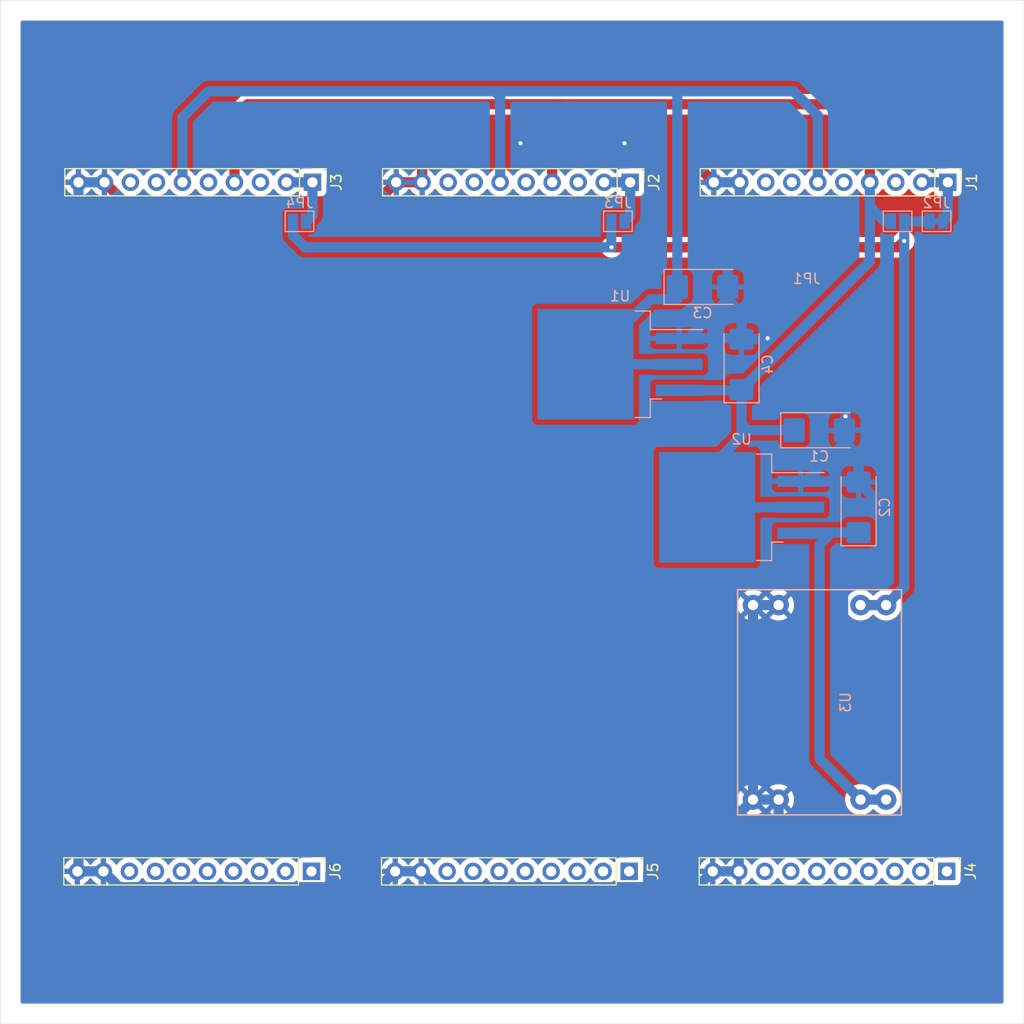
<source format=kicad_pcb>
(kicad_pcb (version 20211014) (generator pcbnew)
  (layers (0 "F.Cu" signal) (31 "B.Cu" signal) (34 "B.Paste" user) (35 "F.Paste" user) (36 "B.SilkS" user "B.Silkscreen") (37 "F.SilkS" user "F.Silkscreen") (38 "B.Mask" user) (39 "F.Mask" user) (44 "Edge.Cuts" user))
  (net 0 "")
  (net 1 "GND")
  (net 2 "+15V")
  (net 3 "+12V")
  (net 4 "/SIG")
  (net 5 "+VDC")
  (net 6 "/SIG2")
  (net 7 "+5V")
  (net 8 "/SIG3")
  (net 9 "Net-(J1-Pad1)")
  (net 13 "Net-(J2-Pad1)")
  (net 17 "Net-(J3-Pad1)")
  (footprint "Connector_PinHeader_2.54mm:PinHeader_1x10_P2.54mm_Vertical" (layer "F.Cu") (at 192.46 125.09 -90)
    (fp_text reference "J4" (at 0 -2.33 90) (layer "F.SilkS"))
    (fp_text value "Conn_01x10_Male")
    (fp_line (start -1.33 -1.33) (end 0 -1.33) (layer "F.SilkS") (width 0.12))
    (fp_line (start 1.33 1.27) (end 1.33 24.19) (layer "F.SilkS") (width 0.12))
    (fp_line (start -1.33 1.27) (end -1.33 24.19) (layer "F.SilkS") (width 0.12))
    (fp_line (start -1.33 24.19) (end 1.33 24.19) (layer "F.SilkS") (width 0.12))
    (fp_line (start -1.33 0) (end -1.33 -1.33) (layer "F.SilkS") (width 0.12))
    (fp_line (start -1.33 1.27) (end 1.33 1.27) (layer "F.SilkS") (width 0.12))
    (pad "1" thru_hole rect (at 0 0 270) (size 1.7 1.7) (drill 1) (layers *.Cu *.Mask))
    (pad "2" thru_hole oval (at 0 2.54 270) (size 1.7 1.7) (drill 1) (layers *.Cu *.Mask))
    (pad "3" thru_hole oval (at 0 5.08 270) (size 1.7 1.7) (drill 1) (layers *.Cu *.Mask))
    (pad "4" thru_hole oval (at 0 7.62 270) (size 1.7 1.7) (drill 1) (layers *.Cu *.Mask))
    (pad "5" thru_hole oval (at 0 10.16 270) (size 1.7 1.7) (drill 1) (layers *.Cu *.Mask))
    (pad "6" thru_hole oval (at 0 12.7 270) (size 1.7 1.7) (drill 1) (layers *.Cu *.Mask))
    (pad "7" thru_hole oval (at 0 15.24 270) (size 1.7 1.7) (drill 1) (layers *.Cu *.Mask))
    (pad "8" thru_hole oval (at 0 17.78 270) (size 1.7 1.7) (drill 1) (layers *.Cu *.Mask))
    (pad "9" thru_hole oval (at 0 20.32 270) (size 1.7 1.7) (drill 1) (layers *.Cu *.Mask) (net 1 "GND"))
    (pad "10" thru_hole oval (at 0 22.86 270) (size 1.7 1.7) (drill 1) (layers *.Cu *.Mask) (net 1 "GND"))
  )
  (footprint "Connector_PinHeader_2.54mm:PinHeader_1x10_P2.54mm_Vertical" (layer "F.Cu") (at 161.53 57.78 -90)
    (fp_text reference "J2" (at 0 -2.33 90) (layer "F.SilkS"))
    (fp_text value "Conn_01x10_Male")
    (fp_line (start -1.33 1.27) (end -1.33 24.19) (layer "F.SilkS") (width 0.12))
    (fp_line (start 1.33 1.27) (end 1.33 24.19) (layer "F.SilkS") (width 0.12))
    (fp_line (start -1.33 1.27) (end 1.33 1.27) (layer "F.SilkS") (width 0.12))
    (fp_line (start -1.33 -1.33) (end 0 -1.33) (layer "F.SilkS") (width 0.12))
    (fp_line (start -1.33 0) (end -1.33 -1.33) (layer "F.SilkS") (width 0.12))
    (fp_line (start -1.33 24.19) (end 1.33 24.19) (layer "F.SilkS") (width 0.12))
    (pad "1" thru_hole rect (at 0 0 270) (size 1.7 1.7) (drill 1) (layers *.Cu *.Mask) (net 13 "Net-(J2-Pad1)"))
    (pad "2" thru_hole oval (at 0 2.54 270) (size 1.7 1.7) (drill 1) (layers *.Cu *.Mask) (net 13 "Net-(J2-Pad1)"))
    (pad "3" thru_hole oval (at 0 5.08 270) (size 1.7 1.7) (drill 1) (layers *.Cu *.Mask))
    (pad "4" thru_hole oval (at 0 7.62 270) (size 1.7 1.7) (drill 1) (layers *.Cu *.Mask) (net 3 "+12V"))
    (pad "5" thru_hole oval (at 0 10.16 270) (size 1.7 1.7) (drill 1) (layers *.Cu *.Mask))
    (pad "6" thru_hole oval (at 0 12.7 270) (size 1.7 1.7) (drill 1) (layers *.Cu *.Mask) (net 7 "+5V"))
    (pad "7" thru_hole oval (at 0 15.24 270) (size 1.7 1.7) (drill 1) (layers *.Cu *.Mask))
    (pad "8" thru_hole oval (at 0 17.78 270) (size 1.7 1.7) (drill 1) (layers *.Cu *.Mask) (net 6 "/SIG2"))
    (pad "9" thru_hole oval (at 0 20.32 270) (size 1.7 1.7) (drill 1) (layers *.Cu *.Mask) (net 1 "GND"))
    (pad "10" thru_hole oval (at 0 22.86 270) (size 1.7 1.7) (drill 1) (layers *.Cu *.Mask) (net 1 "GND"))
  )
  (footprint "Connector_PinHeader_2.54mm:PinHeader_1x10_P2.54mm_Vertical" (layer "F.Cu") (at 130.5 57.78 -90)
    (fp_text reference "J3" (at 0 -2.33 90) (layer "F.SilkS"))
    (fp_text value "Conn_01x10_Male")
    (fp_line (start -1.33 24.19) (end 1.33 24.19) (layer "F.SilkS") (width 0.12))
    (fp_line (start 1.33 1.27) (end 1.33 24.19) (layer "F.SilkS") (width 0.12))
    (fp_line (start -1.33 -1.33) (end 0 -1.33) (layer "F.SilkS") (width 0.12))
    (fp_line (start -1.33 1.27) (end 1.33 1.27) (layer "F.SilkS") (width 0.12))
    (fp_line (start -1.33 1.27) (end -1.33 24.19) (layer "F.SilkS") (width 0.12))
    (fp_line (start -1.33 0) (end -1.33 -1.33) (layer "F.SilkS") (width 0.12))
    (pad "1" thru_hole rect (at 0 0 270) (size 1.7 1.7) (drill 1) (layers *.Cu *.Mask) (net 17 "Net-(J3-Pad1)"))
    (pad "2" thru_hole oval (at 0 2.54 270) (size 1.7 1.7) (drill 1) (layers *.Cu *.Mask) (net 17 "Net-(J3-Pad1)"))
    (pad "3" thru_hole oval (at 0 5.08 270) (size 1.7 1.7) (drill 1) (layers *.Cu *.Mask))
    (pad "4" thru_hole oval (at 0 7.62 270) (size 1.7 1.7) (drill 1) (layers *.Cu *.Mask) (net 3 "+12V"))
    (pad "5" thru_hole oval (at 0 10.16 270) (size 1.7 1.7) (drill 1) (layers *.Cu *.Mask))
    (pad "6" thru_hole oval (at 0 12.7 270) (size 1.7 1.7) (drill 1) (layers *.Cu *.Mask) (net 7 "+5V"))
    (pad "7" thru_hole oval (at 0 15.24 270) (size 1.7 1.7) (drill 1) (layers *.Cu *.Mask))
    (pad "8" thru_hole oval (at 0 17.78 270) (size 1.7 1.7) (drill 1) (layers *.Cu *.Mask) (net 8 "/SIG3"))
    (pad "9" thru_hole oval (at 0 20.32 270) (size 1.7 1.7) (drill 1) (layers *.Cu *.Mask) (net 1 "GND"))
    (pad "10" thru_hole oval (at 0 22.86 270) (size 1.7 1.7) (drill 1) (layers *.Cu *.Mask) (net 1 "GND"))
  )
  (footprint "Connector_PinHeader_2.54mm:PinHeader_1x10_P2.54mm_Vertical" (layer "F.Cu") (at 192.56 57.78 -90)
    (fp_text reference "J1" (at 0 -2.33 90) (layer "F.SilkS"))
    (fp_text value "Conn_01x10_Male")
    (fp_line (start -1.33 24.19) (end 1.33 24.19) (layer "F.SilkS") (width 0.12))
    (fp_line (start -1.33 1.27) (end 1.33 1.27) (layer "F.SilkS") (width 0.12))
    (fp_line (start 1.33 1.27) (end 1.33 24.19) (layer "F.SilkS") (width 0.12))
    (fp_line (start -1.33 0) (end -1.33 -1.33) (layer "F.SilkS") (width 0.12))
    (fp_line (start -1.33 1.27) (end -1.33 24.19) (layer "F.SilkS") (width 0.12))
    (fp_line (start -1.33 -1.33) (end 0 -1.33) (layer "F.SilkS") (width 0.12))
    (pad "1" thru_hole rect (at 0 0 270) (size 1.7 1.7) (drill 1) (layers *.Cu *.Mask) (net 9 "Net-(J1-Pad1)"))
    (pad "2" thru_hole oval (at 0 2.54 270) (size 1.7 1.7) (drill 1) (layers *.Cu *.Mask) (net 9 "Net-(J1-Pad1)"))
    (pad "3" thru_hole oval (at 0 5.08 270) (size 1.7 1.7) (drill 1) (layers *.Cu *.Mask))
    (pad "4" thru_hole oval (at 0 7.62 270) (size 1.7 1.7) (drill 1) (layers *.Cu *.Mask) (net 3 "+12V"))
    (pad "5" thru_hole oval (at 0 10.16 270) (size 1.7 1.7) (drill 1) (layers *.Cu *.Mask))
    (pad "6" thru_hole oval (at 0 12.7 270) (size 1.7 1.7) (drill 1) (layers *.Cu *.Mask) (net 7 "+5V"))
    (pad "7" thru_hole oval (at 0 15.24 270) (size 1.7 1.7) (drill 1) (layers *.Cu *.Mask))
    (pad "8" thru_hole oval (at 0 17.78 270) (size 1.7 1.7) (drill 1) (layers *.Cu *.Mask) (net 4 "/SIG"))
    (pad "9" thru_hole oval (at 0 20.32 270) (size 1.7 1.7) (drill 1) (layers *.Cu *.Mask) (net 1 "GND"))
    (pad "10" thru_hole oval (at 0 22.86 270) (size 1.7 1.7) (drill 1) (layers *.Cu *.Mask) (net 1 "GND"))
  )
  (footprint "Connector_PinHeader_2.54mm:PinHeader_1x10_P2.54mm_Vertical" (layer "F.Cu") (at 130.4 125.09 -90)
    (fp_text reference "J6" (at 0 -2.33 90) (layer "F.SilkS"))
    (fp_text value "Conn_01x10_Male")
    (fp_line (start 1.33 1.27) (end 1.33 24.19) (layer "F.SilkS") (width 0.12))
    (fp_line (start -1.33 -1.33) (end 0 -1.33) (layer "F.SilkS") (width 0.12))
    (fp_line (start -1.33 1.27) (end -1.33 24.19) (layer "F.SilkS") (width 0.12))
    (fp_line (start -1.33 24.19) (end 1.33 24.19) (layer "F.SilkS") (width 0.12))
    (fp_line (start -1.33 1.27) (end 1.33 1.27) (layer "F.SilkS") (width 0.12))
    (fp_line (start -1.33 0) (end -1.33 -1.33) (layer "F.SilkS") (width 0.12))
    (pad "1" thru_hole rect (at 0 0 270) (size 1.7 1.7) (drill 1) (layers *.Cu *.Mask))
    (pad "2" thru_hole oval (at 0 2.54 270) (size 1.7 1.7) (drill 1) (layers *.Cu *.Mask))
    (pad "3" thru_hole oval (at 0 5.08 270) (size 1.7 1.7) (drill 1) (layers *.Cu *.Mask))
    (pad "4" thru_hole oval (at 0 7.62 270) (size 1.7 1.7) (drill 1) (layers *.Cu *.Mask))
    (pad "5" thru_hole oval (at 0 10.16 270) (size 1.7 1.7) (drill 1) (layers *.Cu *.Mask))
    (pad "6" thru_hole oval (at 0 12.7 270) (size 1.7 1.7) (drill 1) (layers *.Cu *.Mask))
    (pad "7" thru_hole oval (at 0 15.24 270) (size 1.7 1.7) (drill 1) (layers *.Cu *.Mask))
    (pad "8" thru_hole oval (at 0 17.78 270) (size 1.7 1.7) (drill 1) (layers *.Cu *.Mask))
    (pad "9" thru_hole oval (at 0 20.32 270) (size 1.7 1.7) (drill 1) (layers *.Cu *.Mask) (net 1 "GND"))
    (pad "10" thru_hole oval (at 0 22.86 270) (size 1.7 1.7) (drill 1) (layers *.Cu *.Mask) (net 1 "GND"))
  )
  (footprint "Connector_PinHeader_2.54mm:PinHeader_1x10_P2.54mm_Vertical" (layer "F.Cu") (at 161.43 125.09 -90)
    (fp_text reference "J5" (at 0 -2.33 90) (layer "F.SilkS"))
    (fp_text value "Conn_01x10_Male")
    (fp_line (start 1.33 1.27) (end 1.33 24.19) (layer "F.SilkS") (width 0.12))
    (fp_line (start -1.33 1.27) (end -1.33 24.19) (layer "F.SilkS") (width 0.12))
    (fp_line (start -1.33 -1.33) (end 0 -1.33) (layer "F.SilkS") (width 0.12))
    (fp_line (start -1.33 0) (end -1.33 -1.33) (layer "F.SilkS") (width 0.12))
    (fp_line (start -1.33 1.27) (end 1.33 1.27) (layer "F.SilkS") (width 0.12))
    (fp_line (start -1.33 24.19) (end 1.33 24.19) (layer "F.SilkS") (width 0.12))
    (pad "1" thru_hole rect (at 0 0 270) (size 1.7 1.7) (drill 1) (layers *.Cu *.Mask))
    (pad "2" thru_hole oval (at 0 2.54 270) (size 1.7 1.7) (drill 1) (layers *.Cu *.Mask))
    (pad "3" thru_hole oval (at 0 5.08 270) (size 1.7 1.7) (drill 1) (layers *.Cu *.Mask))
    (pad "4" thru_hole oval (at 0 7.62 270) (size 1.7 1.7) (drill 1) (layers *.Cu *.Mask))
    (pad "5" thru_hole oval (at 0 10.16 270) (size 1.7 1.7) (drill 1) (layers *.Cu *.Mask))
    (pad "6" thru_hole oval (at 0 12.7 270) (size 1.7 1.7) (drill 1) (layers *.Cu *.Mask))
    (pad "7" thru_hole oval (at 0 15.24 270) (size 1.7 1.7) (drill 1) (layers *.Cu *.Mask))
    (pad "8" thru_hole oval (at 0 17.78 270) (size 1.7 1.7) (drill 1) (layers *.Cu *.Mask))
    (pad "9" thru_hole oval (at 0 20.32 270) (size 1.7 1.7) (drill 1) (layers *.Cu *.Mask) (net 1 "GND"))
    (pad "10" thru_hole oval (at 0 22.86 270) (size 1.7 1.7) (drill 1) (layers *.Cu *.Mask) (net 1 "GND"))
  )
  (footprint "mp1584:MP1584" (layer "B.Cu") (at 180.03 108.58 -90)
    (fp_text reference "U3" (at 0 -2.54 90) (layer "B.SilkS") (effects (justify mirror)))
    (fp_text value "MP1584")
    (fp_line (start 11 -8) (end 11 8) (layer "B.SilkS") (width 0.15))
    (fp_line (start -11 -8) (end 11 -8) (layer "B.SilkS") (width 0.15))
    (fp_line (start -11 8) (end -11 -8) (layer "B.SilkS") (width 0.15))
    (fp_line (start 11 8) (end -11 8) (layer "B.SilkS") (width 0.15))
    (pad "1" thru_hole circle locked (at -9.5 -6.5 270) (size 2 2) (drill 1) (layers *.Cu *.Mask) (net 5 "+VDC"))
    (pad "1" thru_hole circle locked (at -9.5 -4 270) (size 2 2) (drill 1) (layers *.Cu *.Mask) (net 5 "+VDC"))
    (pad "2" thru_hole circle locked (at -9.5 4 270) (size 2 2) (drill 1) (layers *.Cu *.Mask) (net 1 "GND"))
    (pad "2" thru_hole circle locked (at -9.5 6.5 270) (size 2 2) (drill 1) (layers *.Cu *.Mask) (net 1 "GND"))
    (pad "3" thru_hole circle locked (at 9.5 -4 270) (size 2 2) (drill 1) (layers *.Cu *.Mask) (net 2 "+15V"))
    (pad "3" thru_hole circle locked (at 9.5 -6.5 270) (size 2 2) (drill 1) (layers *.Cu *.Mask) (net 2 "+15V"))
    (pad "4" thru_hole circle locked (at 9.5 6.5 270) (size 2 2) (drill 1) (layers *.Cu *.Mask) (net 1 "GND"))
    (pad "4" thru_hole circle locked (at 9.5 4 270) (size 2 2) (drill 1) (layers *.Cu *.Mask) (net 1 "GND"))
  )
  (footprint "Package_TO_SOT_SMD:TO-263-3_TabPin2" (layer "B.Cu") (at 172.41 89.53 180)
    (fp_text reference "U2" (at 0 6.65) (layer "B.SilkS") (effects (justify mirror)))
    (fp_text value "LM1085-12")
    (fp_line (start -2.95 5.2) (end -2.95 3.39) (layer "B.SilkS") (width 0.12))
    (fp_line (start -2.95 -3.39) (end -4.05 -3.39) (layer "B.SilkS") (width 0.12))
    (fp_line (start -2.95 3.39) (end -8.075 3.39) (layer "B.SilkS") (width 0.12))
    (fp_line (start -1.45 5.2) (end -2.95 5.2) (layer "B.SilkS") (width 0.12))
    (fp_line (start -1.45 -5.2) (end -2.95 -5.2) (layer "B.SilkS") (width 0.12))
    (fp_line (start -2.95 -5.2) (end -2.95 -3.39) (layer "B.SilkS") (width 0.12))
    (pad "1" smd rect (at -5.775 2.54 180) (size 4.6 1.1) (layers "B.Cu" "B.Paste" "B.Mask") (net 1 "GND"))
    (pad "2" smd rect (at -5.775 0 180) (size 4.6 1.1) (layers "B.Cu" "B.Paste" "B.Mask") (net 3 "+12V"))
    (pad "2" smd rect (at 3.375 0 180) (size 9.4 10.8) (layers "B.Cu" "B.Mask") (net 3 "+12V"))
    (pad "3" smd rect (at -5.775 -2.54 180) (size 4.6 1.1) (layers "B.Cu" "B.Paste" "B.Mask") (net 2 "+15V"))
  )
  (footprint "Jumper:SolderJumper-2_P1.3mm_Open_Pad1.0x1.5mm" (layer "B.Cu") (at 187.65 61.59)
    (fp_text reference "JP1" (at -8.89 5.61) (layer "B.SilkS") (effects (justify mirror)))
    (fp_text value "SolderJumper_2_Open")
    (fp_line (start -1.4 -1) (end -1.4 1) (layer "B.SilkS") (width 0.12))
    (fp_line (start 1.4 1) (end 1.4 -1) (layer "B.SilkS") (width 0.12))
    (fp_line (start 1.4 -1) (end -1.4 -1) (layer "B.SilkS") (width 0.12))
    (fp_line (start -1.4 1) (end 1.4 1) (layer "B.SilkS") (width 0.12))
    (pad "1" smd rect (at -0.65 0) (size 1 1.5) (layers "B.Cu" "B.Mask") (net 3 "+12V"))
    (pad "2" smd rect (at 0.65 0) (size 1 1.5) (layers "B.Cu" "B.Mask") (net 5 "+VDC"))
  )
  (footprint "Jumper:SolderJumper-2_P1.3mm_Open_Pad1.0x1.5mm" (layer "B.Cu") (at 129.23 61.59 180)
    (fp_text reference "JP4" (at 0 1.8) (layer "B.SilkS") (effects (justify mirror)))
    (fp_text value "SolderJumper_2_Open")
    (fp_line (start 1.4 1) (end 1.4 -1) (layer "B.SilkS") (width 0.12))
    (fp_line (start -1.4 1) (end 1.4 1) (layer "B.SilkS") (width 0.12))
    (fp_line (start -1.4 -1) (end -1.4 1) (layer "B.SilkS") (width 0.12))
    (fp_line (start 1.4 -1) (end -1.4 -1) (layer "B.SilkS") (width 0.12))
    (pad "1" smd rect (at -0.65 0 180) (size 1 1.5) (layers "B.Cu" "B.Mask") (net 17 "Net-(J3-Pad1)"))
    (pad "2" smd rect (at 0.65 0 180) (size 1 1.5) (layers "B.Cu" "B.Mask") (net 5 "+VDC"))
  )
  (footprint "Capacitor_Tantalum_SMD:CP_EIA-6032-15_Kemet-U" (layer "B.Cu") (at 168.6 68)
    (fp_text reference "C3" (at 0 2.55) (layer "B.SilkS") (effects (justify mirror)))
    (fp_text value "10uF")
    (fp_line (start -3.76 1.71) (end -3.76 -1.71) (layer "B.SilkS") (width 0.12))
    (fp_line (start -3.76 -1.71) (end 3 -1.71) (layer "B.SilkS") (width 0.12))
    (fp_line (start 3 1.71) (end -3.76 1.71) (layer "B.SilkS") (width 0.12))
    (pad "1" smd roundrect (at -2.4625 0) (size 2.075 2.35) (layers "B.Cu" "B.Paste" "B.Mask") (roundrect_rratio 0.120482) (net 7 "+5V"))
    (pad "2" smd roundrect (at 2.4625 0) (size 2.075 2.35) (layers "B.Cu" "B.Paste" "B.Mask") (roundrect_rratio 0.120482) (net 1 "GND"))
  )
  (footprint "Capacitor_Tantalum_SMD:CP_EIA-6032-15_Kemet-U" (layer "B.Cu") (at 183.84 89.53 90)
    (fp_text reference "C2" (at 0 2.55 90) (layer "B.SilkS") (effects (justify mirror)))
    (fp_text value "10uF")
    (fp_line (start 3 1.71) (end -3.76 1.71) (layer "B.SilkS") (width 0.12))
    (fp_line (start -3.76 1.71) (end -3.76 -1.71) (layer "B.SilkS") (width 0.12))
    (fp_line (start -3.76 -1.71) (end 3 -1.71) (layer "B.SilkS") (width 0.12))
    (pad "1" smd roundrect (at -2.4625 0 90) (size 2.075 2.35) (layers "B.Cu" "B.Paste" "B.Mask") (roundrect_rratio 0.120482) (net 2 "+15V"))
    (pad "2" smd roundrect (at 2.4625 0 90) (size 2.075 2.35) (layers "B.Cu" "B.Paste" "B.Mask") (roundrect_rratio 0.120482) (net 1 "GND"))
  )
  (footprint "Jumper:SolderJumper-2_P1.3mm_Bridged_Pad1.0x1.5mm" (layer "B.Cu") (at 191.46 61.59 180)
    (fp_text reference "JP2" (at 0 1.8) (layer "B.SilkS") (effects (justify mirror)))
    (fp_text value "SolderJumper_2_Bridged")
    (fp_poly (pts (xy -0.25 0.3) (xy 0.25 0.3) (xy 0.25 -0.3) (xy -0.25 -0.3)) (layer "B.Cu") (width 0) (fill solid))
    (fp_line (start -1.4 -1) (end -1.4 1) (layer "B.SilkS") (width 0.12))
    (fp_line (start -1.4 1) (end 1.4 1) (layer "B.SilkS") (width 0.12))
    (fp_line (start 1.4 1) (end 1.4 -1) (layer "B.SilkS") (width 0.12))
    (fp_line (start 1.4 -1) (end -1.4 -1) (layer "B.SilkS") (width 0.12))
    (pad "1" smd rect (at -0.65 0 180) (size 1 1.5) (layers "B.Cu" "B.Mask") (net 9 "Net-(J1-Pad1)"))
    (pad "2" smd rect (at 0.65 0 180) (size 1 1.5) (layers "B.Cu" "B.Mask") (net 5 "+VDC"))
  )
  (footprint "Package_TO_SOT_SMD:TO-263-3_TabPin2" (layer "B.Cu") (at 160.545 75.56 180)
    (fp_text reference "U1" (at 0 6.65) (layer "B.SilkS") (effects (justify mirror)))
    (fp_text value "LM1085-5.0")
    (fp_line (start -1.45 -5.2) (end -2.95 -5.2) (layer "B.SilkS") (width 0.12))
    (fp_line (start -2.95 3.39) (end -8.075 3.39) (layer "B.SilkS") (width 0.12))
    (fp_line (start -2.95 -3.39) (end -4.05 -3.39) (layer "B.SilkS") (width 0.12))
    (fp_line (start -2.95 5.2) (end -2.95 3.39) (layer "B.SilkS") (width 0.12))
    (fp_line (start -2.95 -5.2) (end -2.95 -3.39) (layer "B.SilkS") (width 0.12))
    (fp_line (start -1.45 5.2) (end -2.95 5.2) (layer "B.SilkS") (width 0.12))
    (pad "1" smd rect (at -5.775 2.54 180) (size 4.6 1.1) (layers "B.Cu" "B.Paste" "B.Mask") (net 1 "GND"))
    (pad "2" smd rect (at 3.375 0 180) (size 9.4 10.8) (layers "B.Cu" "B.Mask") (net 7 "+5V"))
    (pad "2" smd rect (at -5.775 0 180) (size 4.6 1.1) (layers "B.Cu" "B.Paste" "B.Mask") (net 7 "+5V"))
    (pad "3" smd rect (at -5.775 -2.54 180) (size 4.6 1.1) (layers "B.Cu" "B.Paste" "B.Mask") (net 3 "+12V"))
  )
  (footprint "Capacitor_Tantalum_SMD:CP_EIA-6032-15_Kemet-U" (layer "B.Cu") (at 172.41 75.56 90)
    (fp_text reference "C4" (at 0 2.55 90) (layer "B.SilkS") (effects (justify mirror)))
    (fp_text value "10uF")
    (fp_line (start 3 1.71) (end -3.76 1.71) (layer "B.SilkS") (width 0.12))
    (fp_line (start -3.76 -1.71) (end 3 -1.71) (layer "B.SilkS") (width 0.12))
    (fp_line (start -3.76 1.71) (end -3.76 -1.71) (layer "B.SilkS") (width 0.12))
    (pad "1" smd roundrect (at -2.4625 0 90) (size 2.075 2.35) (layers "B.Cu" "B.Paste" "B.Mask") (roundrect_rratio 0.120482) (net 3 "+12V"))
    (pad "2" smd roundrect (at 2.4625 0 90) (size 2.075 2.35) (layers "B.Cu" "B.Paste" "B.Mask") (roundrect_rratio 0.120482) (net 1 "GND"))
  )
  (footprint "Jumper:SolderJumper-2_P1.3mm_Open_Pad1.0x1.5mm" (layer "B.Cu") (at 160.33 61.59 180)
    (fp_text reference "JP3" (at 0 1.8) (layer "B.SilkS") (effects (justify mirror)))
    (fp_text value "SolderJumper_2_Open")
    (fp_line (start -1.4 1) (end 1.4 1) (layer "B.SilkS") (width 0.12))
    (fp_line (start -1.4 -1) (end -1.4 1) (layer "B.SilkS") (width 0.12))
    (fp_line (start 1.4 1) (end 1.4 -1) (layer "B.SilkS") (width 0.12))
    (fp_line (start 1.4 -1) (end -1.4 -1) (layer "B.SilkS") (width 0.12))
    (pad "1" smd rect (at -0.65 0 180) (size 1 1.5) (layers "B.Cu" "B.Mask") (net 13 "Net-(J2-Pad1)"))
    (pad "2" smd rect (at 0.65 0 180) (size 1 1.5) (layers "B.Cu" "B.Mask") (net 5 "+VDC"))
  )
  (footprint "Capacitor_Tantalum_SMD:CP_EIA-6032-15_Kemet-U" (layer "B.Cu") (at 180 82)
    (fp_text reference "C1" (at 0 2.55) (layer "B.SilkS") (effects (justify mirror)))
    (fp_text value "10uF")
    (fp_line (start 3 1.71) (end -3.76 1.71) (layer "B.SilkS") (width 0.12))
    (fp_line (start -3.76 1.71) (end -3.76 -1.71) (layer "B.SilkS") (width 0.12))
    (fp_line (start -3.76 -1.71) (end 3 -1.71) (layer "B.SilkS") (width 0.12))
    (pad "1" smd roundrect (at -2.4625 0) (size 2.075 2.35) (layers "B.Cu" "B.Paste" "B.Mask") (roundrect_rratio 0.120482) (net 3 "+12V"))
    (pad "2" smd roundrect (at 2.4625 0) (size 2.075 2.35) (layers "B.Cu" "B.Paste" "B.Mask") (roundrect_rratio 0.120482) (net 1 "GND"))
  )
  (gr_line (start 100 140) (end 100 40) (layer "Edge.Cuts") (width 0.05))
  (gr_line (start 200 40) (end 200 140) (layer "Edge.Cuts") (width 0.05))
  (gr_line (start 200 140) (end 100 140) (layer "Edge.Cuts") (width 0.05))
  (gr_line (start 100 40) (end 200 40) (layer "Edge.Cuts") (width 0.05))
  (segment (start 143.2 53.97) (end 141.21 55.96) (width 1) (layer "F.Cu") (net 1))
  (segment (start 174.95 73.02) (end 182.57 80.64) (width 1) (layer "F.Cu") (net 1))
  (segment (start 169.7 57.78) (end 165.89 53.97) (width 1) (layer "F.Cu") (net 1))
  (segment (start 138.67 57.78) (end 131.05 65.4) (width 1) (layer "F.Cu") (net 1))
  (segment (start 150.82 53.97) (end 143.2 53.97) (width 1) (layer "F.Cu") (net 1))
  (segment (start 165.89 53.97) (end 160.98 53.97) (width 1) (layer "F.Cu") (net 1))
  (segment (start 141.21 57.78) (end 138.67 57.78) (width 1) (layer "F.Cu") (net 1))
  (segment (start 131.05 65.4) (end 117.8 65.4) (width 1) (layer "F.Cu") (net 1))
  (segment (start 141.21 55.96) (end 141.21 57.78) (width 1) (layer "F.Cu") (net 1))
  (segment (start 117.8 65.4) (end 110.18 57.78) (width 1) (layer "F.Cu") (net 1))
  (via (at 182.57 80.64) (size 0.8) (drill 0.4) (layers "F.Cu" "B.Cu") (net 1))
  (via (at 150.82 53.97) (size 0.8) (drill 0.4) (layers "F.Cu" "B.Cu") (net 1))
  (via (at 160.98 53.97) (size 0.8) (drill 0.4) (layers "F.Cu" "B.Cu") (net 1))
  (via (at 174.95 73.02) (size 0.8) (drill 0.4) (layers "F.Cu" "B.Cu") (net 1))
  (segment (start 182.330489 107.070489) (end 188.92 113.66) (width 1) (layer "B.Cu") (net 1))
  (segment (start 187.65 121.28) (end 177.49 121.28) (width 1) (layer "B.Cu") (net 1))
  (segment (start 171.0625 69.21) (end 171.0625 68) (width 1) (layer "B.Cu") (net 1))
  (segment (start 142.659511 126.639511) (end 168.050489 126.639511) (width 1) (layer "B.Cu") (net 1))
  (segment (start 182.330489 96.119511) (end 182.330489 107.070489) (width 1) (layer "B.Cu") (net 1))
  (segment (start 188.92 113.66) (end 188.92 120.01) (width 1) (layer "B.Cu") (net 1))
  (segment (start 172.41 73.0975) (end 174.8725 73.0975) (width 1) (layer "B.Cu") (net 1))
  (segment (start 178.6825 86.99) (end 182.4925 83.18) (width 1) (layer "B.Cu") (net 1))
  (segment (start 167.2525 73.02) (end 171.0625 69.21) (width 1) (layer "B.Cu") (net 1))
  (segment (start 111.629511 126.639511) (end 137.020489 126.639511) (width 1) (layer "B.Cu") (net 1))
  (segment (start 174.8725 73.0975) (end 174.95 73.02) (width 1) (layer "B.Cu") (net 1))
  (segment (start 169.7 57.78) (end 172.24 57.78) (width 1) (layer "B.Cu") (net 1))
  (segment (start 183.84 84.5275) (end 182.4925 83.18) (width 1) (layer "B.Cu") (net 1))
  (segment (start 185.71452 88.94202) (end 185.71452 90.13452) (width 1) (layer "B.Cu") (net 1))
  (segment (start 171.0625 69.21) (end 171.0625 61.6675) (width 1) (layer "B.Cu") (net 1))
  (segment (start 186.38 95.88) (end 182.57 95.88) (width 1) (layer "B.Cu") (net 1))
  (segment (start 182.57 80.64) (end 182.57 83.1025) (width 1) (layer "B.Cu") (net 1))
  (segment (start 141.11 125.09) (end 142.659511 126.639511) (width 1) (layer "B.Cu") (net 1))
  (segment (start 168.050489 126.639511) (end 169.6 125.09) (width 1) (layer "B.Cu") (net 1))
  (segment (start 186.38 90.8) (end 186.38 95.88) (width 1) (layer "B.Cu") (net 1))
  (segment (start 160.98 53.97) (end 150.82 53.97) (width 1) (layer "B.Cu") (net 1))
  (segment (start 173.53 99.08) (end 176.03 99.08) (width 1) (layer "B.Cu") (net 1))
  (segment (start 107.64 124.99) (end 107.54 125.09) (width 1) (layer "B.Cu") (net 1))
  (segment (start 107.64 57.78) (end 110.18 57.78) (width 1) (layer "B.Cu") (net 1))
  (segment (start 188.92 120.01) (end 187.65 121.28) (width 1) (layer "B.Cu") (net 1))
  (segment (start 183.7625 86.99) (end 183.84 87.0675) (width 1) (layer "B.Cu") (net 1))
  (segment (start 172.14 125.09) (end 172.14 119.47) (width 1) (layer "B.Cu") (net 1))
  (segment (start 169.6 125.09) (end 172.14 125.09) (width 1) (layer "B.Cu") (net 1))
  (segment (start 176.03 119.82) (end 176.03 118.08) (width 1) (layer "B.Cu") (net 1))
  (segment (start 182.57 83.1025) (end 182.4925 83.18) (width 1) (layer "B.Cu") (net 1))
  (segment (start 178.185 86.99) (end 183.7625 86.99) (width 1) (layer "B.Cu") (net 1))
  (segment (start 177.49 121.28) (end 176.03 119.82) (width 1) (layer "B.Cu") (net 1))
  (segment (start 183.84 87.0675) (end 183.84 84.5275) (width 1) (layer "B.Cu") (net 1))
  (segment (start 110.08 125.09) (end 111.629511 126.639511) (width 1) (layer "B.Cu") (net 1))
  (segment (start 185.71452 90.13452) (end 186.38 90.8) (width 1) (layer "B.Cu") (net 1))
  (segment (start 138.57 125.09) (end 141.11 125.09) (width 1) (layer "B.Cu") (net 1))
  (segment (start 182.57 95.88) (end 182.330489 96.119511) (width 1) (layer "B.Cu") (net 1))
  (segment (start 172.41 73.0975) (end 172.41 70.5575) (width 1) (layer "B.Cu") (net 1))
  (segment (start 172.14 119.47) (end 173.53 118.08) (width 1) (layer "B.Cu") (net 1))
  (segment (start 172.24 60.49) (end 171.0625 61.6675) (width 1) (layer "B.Cu") (net 1))
  (segment (start 183.84 87.0675) (end 185.71452 88.94202) (width 1) (layer "B.Cu") (net 1))
  (segment (start 137.020489 126.639511) (end 138.57 125.09) (width 1) (layer "B.Cu") (net 1))
  (segment (start 173.53 118.08) (end 173.53 99.08) (width 1) (layer "B.Cu") (net 1))
  (segment (start 107.64 57.78) (end 107.64 124.99) (width 1) (layer "B.Cu") (net 1))
  (segment (start 172.41 70.5575) (end 171.0625 69.21) (width 1) (layer "B.Cu") (net 1))
  (segment (start 172.24 57.78) (end 172.24 60.49) (width 1) (layer "B.Cu") (net 1))
  (segment (start 166.32 73.02) (end 172.3325 73.02) (width 1) (layer "B.Cu") (net 1))
  (segment (start 176.03 118.08) (end 173.53 118.08) (width 1) (layer "B.Cu") (net 1))
  (segment (start 172.3325 73.02) (end 172.41 73.0975) (width 1) (layer "B.Cu") (net 1))
  (segment (start 107.54 125.09) (end 110.08 125.09) (width 1) (layer "B.Cu") (net 1))
  (segment (start 183.84 91.9925) (end 181.2225 91.9925) (width 1) (layer "B.Cu") (net 2))
  (segment (start 178.2625 91.9925) (end 178.185 92.07) (width 1) (layer "B.Cu") (net 2))
  (segment (start 181.2225 91.9925) (end 178.2625 91.9925) (width 1) (layer "B.Cu") (net 2))
  (segment (start 180.03 114.08) (end 180.03 93.185) (width 1) (layer "B.Cu") (net 2))
  (segment (start 180.03 93.185) (end 181.2225 91.9925) (width 1) (layer "B.Cu") (net 2))
  (segment (start 184.03 118.08) (end 180.03 114.08) (width 1) (layer "B.Cu") (net 2))
  (segment (start 186.53 118.08) (end 184.03 118.08) (width 1) (layer "B.Cu") (net 2))
  (segment (start 124.15 50.16) (end 154.63 50.16) (width 1) (layer "F.Cu") (net 3))
  (segment (start 154.63 50.16) (end 183.84 50.16) (width 1) (layer "F.Cu") (net 3))
  (segment (start 184.94 57.78) (end 184.94 51.26) (width 1) (layer "F.Cu") (net 3))
  (segment (start 153.91 50.88) (end 154.63 50.16) (width 1) (layer "F.Cu") (net 3))
  (segment (start 122.88 57.78) (end 122.88 51.43) (width 1) (layer "F.Cu") (net 3))
  (segment (start 122.88 51.43) (end 124.15 50.16) (width 1) (layer "F.Cu") (net 3))
  (segment (start 184.94 51.26) (end 183.84 50.16) (width 1) (layer "F.Cu") (net 3))
  (segment (start 153.91 57.78) (end 153.91 50.88) (width 1) (layer "F.Cu") (net 3))
  (segment (start 184.94 60.15) (end 184.94 65.4925) (width 1) (layer "B.Cu") (net 3))
  (segment (start 187 61.59) (end 186.38 61.59) (width 1) (layer "B.Cu") (net 3))
  (segment (start 169.035 85.965) (end 169.035 89.53) (width 1) (layer "B.Cu") (net 3))
  (segment (start 184.94 65.4925) (end 172.41 78.0225) (width 1) (layer "B.Cu") (net 3))
  (segment (start 172.41 78.0225) (end 172.41 81.41) (width 1) (layer "B.Cu") (net 3))
  (segment (start 172.41 82.59) (end 169.035 85.965) (width 1) (layer "B.Cu") (net 3))
  (segment (start 172.41 81.41) (end 172.41 82.59) (width 1) (layer "B.Cu") (net 3))
  (segment (start 172.3325 78.1) (end 172.41 78.0225) (width 1) (layer "B.Cu") (net 3))
  (segment (start 177.5375 82) (end 173 82) (width 1) (layer "B.Cu") (net 3))
  (segment (start 184.94 60.15) (end 184.94 57.78) (width 1) (layer "B.Cu") (net 3))
  (segment (start 186.38 61.59) (end 184.94 60.15) (width 1) (layer "B.Cu") (net 3))
  (segment (start 178.185 89.53) (end 169.035 89.53) (width 1) (layer "B.Cu") (net 3))
  (segment (start 166.32 78.1) (end 172.3325 78.1) (width 1) (layer "B.Cu") (net 3))
  (segment (start 173 82) (end 172.41 81.41) (width 1) (layer "B.Cu") (net 3))
  (segment (start 159.71 64.13) (end 187.68 64.13) (width 1) (layer "F.Cu") (net 5))
  (segment (start 187.68 64.13) (end 188.3 63.51) (width 1) (layer "F.Cu") (net 5))
  (via (at 159.71 64.13) (size 0.8) (drill 0.4) (layers "F.Cu" "B.Cu") (net 5))
  (via (at 188.3 63.51) (size 0.8) (drill 0.4) (layers "F.Cu" "B.Cu") (net 5))
  (segment (start 190.81 61.59) (end 188.3 61.59) (width 1) (layer "B.Cu") (net 5))
  (segment (start 184.03 99.08) (end 186.53 99.08) (width 1) (layer "B.Cu") (net 5))
  (segment (start 129.770978 64.13) (end 159.71 64.13) (width 1) (layer "B.Cu") (net 5))
  (segment (start 159.71 64.13) (end 159.68 64.1) (width 1) (layer "B.Cu") (net 5))
  (segment (start 188.3 61.59) (end 188.3 97.31) (width 1) (layer "B.Cu") (net 5))
  (segment (start 188.3 97.31) (end 186.53 99.08) (width 1) (layer "B.Cu") (net 5))
  (segment (start 159.68 64.1) (end 159.68 61.59) (width 1) (layer "B.Cu") (net 5))
  (segment (start 128.58 62.939022) (end 129.770978 64.13) (width 1) (layer "B.Cu") (net 5))
  (segment (start 128.58 61.59) (end 128.58 62.939022) (width 1) (layer "B.Cu") (net 5))
  (segment (start 166.32 75.56) (end 157.17 75.56) (width 1) (layer "B.Cu") (net 7))
  (segment (start 148.83 49.44) (end 148.28 48.89) (width 1) (layer "B.Cu") (net 7))
  (segment (start 179.86 51.26) (end 179.86 57.78) (width 1) (layer "B.Cu") (net 7))
  (segment (start 163.52 69.21) (end 157.17 75.56) (width 1) (layer "B.Cu") (net 7))
  (segment (start 166.1375 69.21) (end 166.1375 48.9675) (width 1) (layer "B.Cu") (net 7))
  (segment (start 148.28 48.89) (end 166.06 48.89) (width 1) (layer "B.Cu") (net 7))
  (segment (start 117.8 57.78) (end 117.8 51.43) (width 1) (layer "B.Cu") (net 7))
  (segment (start 120.34 48.89) (end 148.28 48.89) (width 1) (layer "B.Cu") (net 7))
  (segment (start 148.83 57.78) (end 148.83 49.44) (width 1) (layer "B.Cu") (net 7))
  (segment (start 166.06 48.89) (end 177.49 48.89) (width 1) (layer "B.Cu") (net 7))
  (segment (start 166.1375 48.9675) (end 166.06 48.89) (width 1) (layer "B.Cu") (net 7))
  (segment (start 117.8 51.43) (end 120.34 48.89) (width 1) (layer "B.Cu") (net 7))
  (segment (start 166.1375 69.21) (end 163.52 69.21) (width 1) (layer "B.Cu") (net 7))
  (segment (start 166.1375 69.21) (end 166.1375 68) (width 1) (layer "B.Cu") (net 7))
  (segment (start 177.49 48.89) (end 179.86 51.26) (width 1) (layer "B.Cu") (net 7))
  (segment (start 192.56 57.78) (end 192.56 61.14) (width 1) (layer "B.Cu") (net 9))
  (segment (start 192.56 61.14) (end 192.11 61.59) (width 1) (layer "B.Cu") (net 9))
  (segment (start 190.02 57.78) (end 192.56 57.78) (width 1) (layer "B.Cu") (net 9))
  (segment (start 161.53 57.78) (end 161.53 61.04) (width 1) (layer "B.Cu") (net 13))
  (segment (start 161.53 61.04) (end 160.98 61.59) (width 1) (layer "B.Cu") (net 13))
  (segment (start 161.53 57.78) (end 158.99 57.78) (width 1) (layer "B.Cu") (net 13))
  (segment (start 130.5 60.97) (end 129.88 61.59) (width 1) (layer "B.Cu") (net 17))
  (segment (start 130.5 57.78) (end 127.96 57.78) (width 1) (layer "B.Cu") (net 17))
  (segment (start 130.5 57.78) (end 130.5 60.97) (width 1) (layer "B.Cu") (net 17))
  (zone (net 1) (net_name "GND") (layers F&B.Cu) (connect_pads (clearance 0.508)) (min_thickness 0.254) (fill yes (thermal_gap 0.508) (thermal_bridge_width 0.508))
    (polygon (pts (xy 198 138) (xy 102 138) (xy 102 42) (xy 198 42)))
  )
)
</source>
